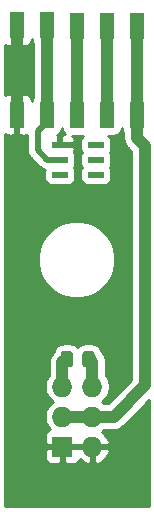
<source format=gtl>
G04 #@! TF.GenerationSoftware,KiCad,Pcbnew,5.1.9+dfsg1-1~bpo10+1*
G04 #@! TF.CreationDate,2021-04-04T13:50:00+00:00*
G04 #@! TF.ProjectId,feederFloor,66656564-6572-4466-9c6f-6f722e6b6963,rev?*
G04 #@! TF.SameCoordinates,Original*
G04 #@! TF.FileFunction,Copper,L1,Top*
G04 #@! TF.FilePolarity,Positive*
%FSLAX46Y46*%
G04 Gerber Fmt 4.6, Leading zero omitted, Abs format (unit mm)*
G04 Created by KiCad (PCBNEW 5.1.9+dfsg1-1~bpo10+1) date 2021-04-04 13:50:00*
%MOMM*%
%LPD*%
G01*
G04 APERTURE LIST*
G04 #@! TA.AperFunction,SMDPad,CuDef*
%ADD10R,1.270000X2.250000*%
G04 #@! TD*
G04 #@! TA.AperFunction,SMDPad,CuDef*
%ADD11R,1.330000X0.530000*%
G04 #@! TD*
G04 #@! TA.AperFunction,ComponentPad*
%ADD12R,1.727200X1.727200*%
G04 #@! TD*
G04 #@! TA.AperFunction,ComponentPad*
%ADD13O,1.727200X1.727200*%
G04 #@! TD*
G04 #@! TA.AperFunction,ViaPad*
%ADD14C,0.800000*%
G04 #@! TD*
G04 #@! TA.AperFunction,Conductor*
%ADD15C,1.000000*%
G04 #@! TD*
G04 #@! TA.AperFunction,Conductor*
%ADD16C,0.500000*%
G04 #@! TD*
G04 #@! TA.AperFunction,Conductor*
%ADD17C,0.254000*%
G04 #@! TD*
G04 #@! TA.AperFunction,Conductor*
%ADD18C,0.100000*%
G04 #@! TD*
G04 APERTURE END LIST*
G04 #@! TA.AperFunction,SMDPad,CuDef*
G36*
G01*
X192200000Y-50250001D02*
X192200000Y-49349999D01*
G75*
G02*
X192449999Y-49100000I249999J0D01*
G01*
X192975001Y-49100000D01*
G75*
G02*
X193225000Y-49349999I0J-249999D01*
G01*
X193225000Y-50250001D01*
G75*
G02*
X192975001Y-50500000I-249999J0D01*
G01*
X192449999Y-50500000D01*
G75*
G02*
X192200000Y-50250001I0J249999D01*
G01*
G37*
G04 #@! TD.AperFunction*
G04 #@! TA.AperFunction,SMDPad,CuDef*
G36*
G01*
X190375000Y-50250001D02*
X190375000Y-49349999D01*
G75*
G02*
X190624999Y-49100000I249999J0D01*
G01*
X191150001Y-49100000D01*
G75*
G02*
X191400000Y-49349999I0J-249999D01*
G01*
X191400000Y-50250001D01*
G75*
G02*
X191150001Y-50500000I-249999J0D01*
G01*
X190624999Y-50500000D01*
G75*
G02*
X190375000Y-50250001I0J249999D01*
G01*
G37*
G04 #@! TD.AperFunction*
D10*
X186650000Y-29100000D03*
X189190000Y-29100000D03*
X191730000Y-29100000D03*
X194270000Y-29100000D03*
X196810000Y-29100000D03*
X196810000Y-21550000D03*
X194270000Y-21550000D03*
X191730000Y-21550000D03*
X189190000Y-21543500D03*
X186650000Y-21543500D03*
D11*
X190275000Y-31630000D03*
X190275000Y-32900000D03*
X190275000Y-34170000D03*
X193325000Y-34170000D03*
X193325000Y-32900000D03*
X193325000Y-31630000D03*
D12*
X190500000Y-57200000D03*
D13*
X193040000Y-57200000D03*
X190500000Y-54660000D03*
X193040000Y-54660000D03*
X190500000Y-52120000D03*
X193040000Y-52120000D03*
D14*
X186690000Y-24130000D03*
X186690000Y-25400000D03*
X186690000Y-26670000D03*
X194310000Y-24130000D03*
X194310000Y-25400000D03*
X194310000Y-26670000D03*
X191770000Y-24130000D03*
X191770000Y-25400000D03*
X191770000Y-26670000D03*
D15*
X186650000Y-21543500D02*
X186650000Y-29100000D01*
X194270000Y-21550000D02*
X194270000Y-29100000D01*
X193040000Y-50015000D02*
X192825000Y-49800000D01*
X193040000Y-52120000D02*
X193040000Y-50015000D01*
X191770000Y-29060000D02*
X191730000Y-29100000D01*
X191770000Y-26670000D02*
X191770000Y-29060000D01*
X191730000Y-24090000D02*
X191770000Y-24130000D01*
X191730000Y-21550000D02*
X191730000Y-24090000D01*
X191770000Y-24130000D02*
X191770000Y-26670000D01*
X190500000Y-50075000D02*
X190775000Y-49800000D01*
X190500000Y-52120000D02*
X190500000Y-50075000D01*
X189190000Y-21543500D02*
X189190000Y-29100000D01*
D16*
X189190000Y-29710000D02*
X189190000Y-29100000D01*
X188400000Y-30500000D02*
X189190000Y-29710000D01*
X188400000Y-32100000D02*
X188400000Y-30500000D01*
X189200000Y-32900000D02*
X188400000Y-32100000D01*
X190375000Y-32900000D02*
X189200000Y-32900000D01*
D15*
X196810000Y-21550000D02*
X196810000Y-29100000D01*
X190500000Y-54660000D02*
X193040000Y-54660000D01*
X197485000Y-52015000D02*
X197485000Y-31750000D01*
X194840000Y-54660000D02*
X197485000Y-52015000D01*
X197485000Y-31750000D02*
X196810000Y-31075000D01*
X193040000Y-54660000D02*
X194840000Y-54660000D01*
X196810000Y-31075000D02*
X196810000Y-29100000D01*
D17*
X186777000Y-21416500D02*
X186797000Y-21416500D01*
X186797000Y-21670500D01*
X186777000Y-21670500D01*
X186777000Y-23144750D01*
X186935750Y-23303500D01*
X187285000Y-23306572D01*
X187409482Y-23294312D01*
X187529180Y-23258002D01*
X187639494Y-23199037D01*
X187736185Y-23119685D01*
X187815537Y-23022994D01*
X187874502Y-22912680D01*
X187910812Y-22792982D01*
X187920000Y-22699692D01*
X187929188Y-22792982D01*
X187965498Y-22912680D01*
X188024463Y-23022994D01*
X188055000Y-23060204D01*
X188055001Y-27583295D01*
X188024463Y-27620506D01*
X187965498Y-27730820D01*
X187929188Y-27850518D01*
X187920000Y-27943808D01*
X187910812Y-27850518D01*
X187874502Y-27730820D01*
X187815537Y-27620506D01*
X187736185Y-27523815D01*
X187639494Y-27444463D01*
X187529180Y-27385498D01*
X187409482Y-27349188D01*
X187285000Y-27336928D01*
X186935750Y-27340000D01*
X186777000Y-27498750D01*
X186777000Y-28973000D01*
X186797000Y-28973000D01*
X186797000Y-29227000D01*
X186777000Y-29227000D01*
X186777000Y-30701250D01*
X186935750Y-30860000D01*
X187285000Y-30863072D01*
X187409482Y-30850812D01*
X187515001Y-30818803D01*
X187515000Y-32056531D01*
X187510719Y-32100000D01*
X187515000Y-32143469D01*
X187515000Y-32143476D01*
X187522093Y-32215491D01*
X187527805Y-32273490D01*
X187537350Y-32304953D01*
X187578411Y-32440312D01*
X187660589Y-32594058D01*
X187771183Y-32728817D01*
X187804956Y-32756534D01*
X188543470Y-33495049D01*
X188571183Y-33528817D01*
X188604951Y-33556530D01*
X188604953Y-33556532D01*
X188677640Y-33616185D01*
X188705941Y-33639411D01*
X188859687Y-33721589D01*
X188990066Y-33761140D01*
X188984188Y-33780518D01*
X188971928Y-33905000D01*
X188971928Y-34435000D01*
X188984188Y-34559482D01*
X189020498Y-34679180D01*
X189079463Y-34789494D01*
X189158815Y-34886185D01*
X189255506Y-34965537D01*
X189365820Y-35024502D01*
X189485518Y-35060812D01*
X189610000Y-35073072D01*
X190940000Y-35073072D01*
X191064482Y-35060812D01*
X191184180Y-35024502D01*
X191294494Y-34965537D01*
X191391185Y-34886185D01*
X191470537Y-34789494D01*
X191529502Y-34679180D01*
X191565812Y-34559482D01*
X191578072Y-34435000D01*
X191578072Y-33905000D01*
X191565812Y-33780518D01*
X191529502Y-33660820D01*
X191470537Y-33550506D01*
X191457812Y-33535000D01*
X191470537Y-33519494D01*
X191529502Y-33409180D01*
X191565812Y-33289482D01*
X191578072Y-33165000D01*
X191578072Y-32635000D01*
X191565812Y-32510518D01*
X191529502Y-32390820D01*
X191470537Y-32280506D01*
X191458124Y-32265381D01*
X191466765Y-32255076D01*
X191526890Y-32145391D01*
X191564462Y-32026083D01*
X191575000Y-31915750D01*
X191416250Y-31757000D01*
X190402000Y-31757000D01*
X190402000Y-31777000D01*
X190148000Y-31777000D01*
X190148000Y-31757000D01*
X190128000Y-31757000D01*
X190128000Y-31503000D01*
X190148000Y-31503000D01*
X190148000Y-30888750D01*
X190072159Y-30812909D01*
X190179494Y-30755537D01*
X190276185Y-30676185D01*
X190355537Y-30579494D01*
X190414502Y-30469180D01*
X190450812Y-30349482D01*
X190460000Y-30256192D01*
X190469188Y-30349482D01*
X190505498Y-30469180D01*
X190564463Y-30579494D01*
X190643815Y-30676185D01*
X190707927Y-30728800D01*
X190560750Y-30730000D01*
X190402000Y-30888750D01*
X190402000Y-31503000D01*
X191416250Y-31503000D01*
X191575000Y-31344250D01*
X191564462Y-31233917D01*
X191526890Y-31114609D01*
X191466765Y-31004924D01*
X191386396Y-30909076D01*
X191329117Y-30863072D01*
X192270646Y-30863072D01*
X192208815Y-30913815D01*
X192129463Y-31010506D01*
X192070498Y-31120820D01*
X192034188Y-31240518D01*
X192021928Y-31365000D01*
X192021928Y-31895000D01*
X192034188Y-32019482D01*
X192070498Y-32139180D01*
X192129463Y-32249494D01*
X192142188Y-32265000D01*
X192129463Y-32280506D01*
X192070498Y-32390820D01*
X192034188Y-32510518D01*
X192021928Y-32635000D01*
X192021928Y-33165000D01*
X192034188Y-33289482D01*
X192070498Y-33409180D01*
X192129463Y-33519494D01*
X192142188Y-33535000D01*
X192129463Y-33550506D01*
X192070498Y-33660820D01*
X192034188Y-33780518D01*
X192021928Y-33905000D01*
X192021928Y-34435000D01*
X192034188Y-34559482D01*
X192070498Y-34679180D01*
X192129463Y-34789494D01*
X192208815Y-34886185D01*
X192305506Y-34965537D01*
X192415820Y-35024502D01*
X192535518Y-35060812D01*
X192660000Y-35073072D01*
X193990000Y-35073072D01*
X194114482Y-35060812D01*
X194234180Y-35024502D01*
X194344494Y-34965537D01*
X194441185Y-34886185D01*
X194520537Y-34789494D01*
X194579502Y-34679180D01*
X194615812Y-34559482D01*
X194628072Y-34435000D01*
X194628072Y-33905000D01*
X194615812Y-33780518D01*
X194579502Y-33660820D01*
X194520537Y-33550506D01*
X194507812Y-33535000D01*
X194520537Y-33519494D01*
X194579502Y-33409180D01*
X194615812Y-33289482D01*
X194628072Y-33165000D01*
X194628072Y-32635000D01*
X194615812Y-32510518D01*
X194579502Y-32390820D01*
X194520537Y-32280506D01*
X194507812Y-32265000D01*
X194520537Y-32249494D01*
X194579502Y-32139180D01*
X194615812Y-32019482D01*
X194628072Y-31895000D01*
X194628072Y-31365000D01*
X194615812Y-31240518D01*
X194579502Y-31120820D01*
X194520537Y-31010506D01*
X194441185Y-30913815D01*
X194379354Y-30863072D01*
X194905000Y-30863072D01*
X195029482Y-30850812D01*
X195149180Y-30814502D01*
X195259494Y-30755537D01*
X195356185Y-30676185D01*
X195435537Y-30579494D01*
X195494502Y-30469180D01*
X195530812Y-30349482D01*
X195540000Y-30256192D01*
X195549188Y-30349482D01*
X195585498Y-30469180D01*
X195644463Y-30579494D01*
X195675000Y-30616704D01*
X195675000Y-31019248D01*
X195669509Y-31075000D01*
X195675000Y-31130751D01*
X195691423Y-31297498D01*
X195756324Y-31511446D01*
X195861716Y-31708623D01*
X196003551Y-31881449D01*
X196046865Y-31916996D01*
X196350001Y-32220132D01*
X196350000Y-51544868D01*
X194369869Y-53525000D01*
X194024341Y-53525000D01*
X193995302Y-53495961D01*
X193836719Y-53390000D01*
X193995302Y-53284039D01*
X194204039Y-53075302D01*
X194368042Y-52829853D01*
X194481010Y-52557125D01*
X194538600Y-52267599D01*
X194538600Y-51972401D01*
X194481010Y-51682875D01*
X194368042Y-51410147D01*
X194204039Y-51164698D01*
X194175000Y-51135659D01*
X194175000Y-50070751D01*
X194180491Y-50015000D01*
X194175000Y-49959248D01*
X194158577Y-49792501D01*
X194093676Y-49578553D01*
X193988284Y-49381377D01*
X193849508Y-49212278D01*
X193846008Y-49176745D01*
X193795472Y-49010149D01*
X193713405Y-48856613D01*
X193602962Y-48722038D01*
X193468387Y-48611595D01*
X193314851Y-48529528D01*
X193148255Y-48478992D01*
X192975001Y-48461928D01*
X192449999Y-48461928D01*
X192276745Y-48478992D01*
X192110149Y-48529528D01*
X191956613Y-48611595D01*
X191822038Y-48722038D01*
X191800000Y-48748891D01*
X191777962Y-48722038D01*
X191643387Y-48611595D01*
X191489851Y-48529528D01*
X191323255Y-48478992D01*
X191150001Y-48461928D01*
X190624999Y-48461928D01*
X190451745Y-48478992D01*
X190285149Y-48529528D01*
X190131613Y-48611595D01*
X189997038Y-48722038D01*
X189886595Y-48856613D01*
X189804528Y-49010149D01*
X189753992Y-49176745D01*
X189749717Y-49220152D01*
X189736859Y-49233010D01*
X189693552Y-49268551D01*
X189551717Y-49441377D01*
X189495384Y-49546770D01*
X189446324Y-49638554D01*
X189381423Y-49852502D01*
X189359509Y-50075000D01*
X189365001Y-50130761D01*
X189365000Y-51135659D01*
X189335961Y-51164698D01*
X189171958Y-51410147D01*
X189058990Y-51682875D01*
X189001400Y-51972401D01*
X189001400Y-52267599D01*
X189058990Y-52557125D01*
X189171958Y-52829853D01*
X189335961Y-53075302D01*
X189544698Y-53284039D01*
X189703281Y-53390000D01*
X189544698Y-53495961D01*
X189335961Y-53704698D01*
X189171958Y-53950147D01*
X189058990Y-54222875D01*
X189001400Y-54512401D01*
X189001400Y-54807599D01*
X189058990Y-55097125D01*
X189171958Y-55369853D01*
X189335961Y-55615302D01*
X189450023Y-55729364D01*
X189392220Y-55746898D01*
X189281906Y-55805863D01*
X189185215Y-55885215D01*
X189105863Y-55981906D01*
X189046898Y-56092220D01*
X189010588Y-56211918D01*
X188998328Y-56336400D01*
X189001400Y-56914250D01*
X189160150Y-57073000D01*
X190373000Y-57073000D01*
X190373000Y-57053000D01*
X190627000Y-57053000D01*
X190627000Y-57073000D01*
X192913000Y-57073000D01*
X192913000Y-57053000D01*
X193167000Y-57053000D01*
X193167000Y-57073000D01*
X194373817Y-57073000D01*
X194494958Y-56840974D01*
X194449222Y-56690186D01*
X194322684Y-56425056D01*
X194146854Y-56189707D01*
X193928488Y-55993183D01*
X193829897Y-55934559D01*
X193995302Y-55824039D01*
X194024341Y-55795000D01*
X194784249Y-55795000D01*
X194840000Y-55800491D01*
X194895751Y-55795000D01*
X194895752Y-55795000D01*
X195062499Y-55778577D01*
X195276447Y-55713676D01*
X195473623Y-55608284D01*
X195646449Y-55466449D01*
X195681996Y-55423135D01*
X197840000Y-53265132D01*
X197840000Y-62240000D01*
X185660000Y-62240000D01*
X185660000Y-58063600D01*
X188998328Y-58063600D01*
X189010588Y-58188082D01*
X189046898Y-58307780D01*
X189105863Y-58418094D01*
X189185215Y-58514785D01*
X189281906Y-58594137D01*
X189392220Y-58653102D01*
X189511918Y-58689412D01*
X189636400Y-58701672D01*
X190214250Y-58698600D01*
X190373000Y-58539850D01*
X190373000Y-57327000D01*
X190627000Y-57327000D01*
X190627000Y-58539850D01*
X190785750Y-58698600D01*
X191363600Y-58701672D01*
X191488082Y-58689412D01*
X191607780Y-58653102D01*
X191718094Y-58594137D01*
X191814785Y-58514785D01*
X191894137Y-58418094D01*
X191953102Y-58307780D01*
X191972053Y-58245308D01*
X192151512Y-58406817D01*
X192404022Y-58556964D01*
X192680973Y-58654963D01*
X192913000Y-58534464D01*
X192913000Y-57327000D01*
X193167000Y-57327000D01*
X193167000Y-58534464D01*
X193399027Y-58654963D01*
X193675978Y-58556964D01*
X193928488Y-58406817D01*
X194146854Y-58210293D01*
X194322684Y-57974944D01*
X194449222Y-57709814D01*
X194494958Y-57559026D01*
X194373817Y-57327000D01*
X193167000Y-57327000D01*
X192913000Y-57327000D01*
X190627000Y-57327000D01*
X190373000Y-57327000D01*
X189160150Y-57327000D01*
X189001400Y-57485750D01*
X188998328Y-58063600D01*
X185660000Y-58063600D01*
X185660000Y-41026456D01*
X188415000Y-41026456D01*
X188415000Y-41673544D01*
X188541240Y-42308199D01*
X188788871Y-42906031D01*
X189148374Y-43444066D01*
X189605934Y-43901626D01*
X190143969Y-44261129D01*
X190741801Y-44508760D01*
X191376456Y-44635000D01*
X192023544Y-44635000D01*
X192658199Y-44508760D01*
X193256031Y-44261129D01*
X193794066Y-43901626D01*
X194251626Y-43444066D01*
X194611129Y-42906031D01*
X194858760Y-42308199D01*
X194985000Y-41673544D01*
X194985000Y-41026456D01*
X194858760Y-40391801D01*
X194611129Y-39793969D01*
X194251626Y-39255934D01*
X193794066Y-38798374D01*
X193256031Y-38438871D01*
X192658199Y-38191240D01*
X192023544Y-38065000D01*
X191376456Y-38065000D01*
X190741801Y-38191240D01*
X190143969Y-38438871D01*
X189605934Y-38798374D01*
X189148374Y-39255934D01*
X188788871Y-39793969D01*
X188541240Y-40391801D01*
X188415000Y-41026456D01*
X185660000Y-41026456D01*
X185660000Y-30755122D01*
X185660506Y-30755537D01*
X185770820Y-30814502D01*
X185890518Y-30850812D01*
X186015000Y-30863072D01*
X186364250Y-30860000D01*
X186523000Y-30701250D01*
X186523000Y-29227000D01*
X186503000Y-29227000D01*
X186503000Y-28973000D01*
X186523000Y-28973000D01*
X186523000Y-27498750D01*
X186364250Y-27340000D01*
X186015000Y-27336928D01*
X185890518Y-27349188D01*
X185770820Y-27385498D01*
X185660506Y-27444463D01*
X185660000Y-27444878D01*
X185660000Y-23198622D01*
X185660506Y-23199037D01*
X185770820Y-23258002D01*
X185890518Y-23294312D01*
X186015000Y-23306572D01*
X186364250Y-23303500D01*
X186523000Y-23144750D01*
X186523000Y-21670500D01*
X186503000Y-21670500D01*
X186503000Y-21416500D01*
X186523000Y-21416500D01*
X186523000Y-21396500D01*
X186777000Y-21396500D01*
X186777000Y-21416500D01*
G04 #@! TA.AperFunction,Conductor*
D18*
G36*
X186777000Y-21416500D02*
G01*
X186797000Y-21416500D01*
X186797000Y-21670500D01*
X186777000Y-21670500D01*
X186777000Y-23144750D01*
X186935750Y-23303500D01*
X187285000Y-23306572D01*
X187409482Y-23294312D01*
X187529180Y-23258002D01*
X187639494Y-23199037D01*
X187736185Y-23119685D01*
X187815537Y-23022994D01*
X187874502Y-22912680D01*
X187910812Y-22792982D01*
X187920000Y-22699692D01*
X187929188Y-22792982D01*
X187965498Y-22912680D01*
X188024463Y-23022994D01*
X188055000Y-23060204D01*
X188055001Y-27583295D01*
X188024463Y-27620506D01*
X187965498Y-27730820D01*
X187929188Y-27850518D01*
X187920000Y-27943808D01*
X187910812Y-27850518D01*
X187874502Y-27730820D01*
X187815537Y-27620506D01*
X187736185Y-27523815D01*
X187639494Y-27444463D01*
X187529180Y-27385498D01*
X187409482Y-27349188D01*
X187285000Y-27336928D01*
X186935750Y-27340000D01*
X186777000Y-27498750D01*
X186777000Y-28973000D01*
X186797000Y-28973000D01*
X186797000Y-29227000D01*
X186777000Y-29227000D01*
X186777000Y-30701250D01*
X186935750Y-30860000D01*
X187285000Y-30863072D01*
X187409482Y-30850812D01*
X187515001Y-30818803D01*
X187515000Y-32056531D01*
X187510719Y-32100000D01*
X187515000Y-32143469D01*
X187515000Y-32143476D01*
X187522093Y-32215491D01*
X187527805Y-32273490D01*
X187537350Y-32304953D01*
X187578411Y-32440312D01*
X187660589Y-32594058D01*
X187771183Y-32728817D01*
X187804956Y-32756534D01*
X188543470Y-33495049D01*
X188571183Y-33528817D01*
X188604951Y-33556530D01*
X188604953Y-33556532D01*
X188677640Y-33616185D01*
X188705941Y-33639411D01*
X188859687Y-33721589D01*
X188990066Y-33761140D01*
X188984188Y-33780518D01*
X188971928Y-33905000D01*
X188971928Y-34435000D01*
X188984188Y-34559482D01*
X189020498Y-34679180D01*
X189079463Y-34789494D01*
X189158815Y-34886185D01*
X189255506Y-34965537D01*
X189365820Y-35024502D01*
X189485518Y-35060812D01*
X189610000Y-35073072D01*
X190940000Y-35073072D01*
X191064482Y-35060812D01*
X191184180Y-35024502D01*
X191294494Y-34965537D01*
X191391185Y-34886185D01*
X191470537Y-34789494D01*
X191529502Y-34679180D01*
X191565812Y-34559482D01*
X191578072Y-34435000D01*
X191578072Y-33905000D01*
X191565812Y-33780518D01*
X191529502Y-33660820D01*
X191470537Y-33550506D01*
X191457812Y-33535000D01*
X191470537Y-33519494D01*
X191529502Y-33409180D01*
X191565812Y-33289482D01*
X191578072Y-33165000D01*
X191578072Y-32635000D01*
X191565812Y-32510518D01*
X191529502Y-32390820D01*
X191470537Y-32280506D01*
X191458124Y-32265381D01*
X191466765Y-32255076D01*
X191526890Y-32145391D01*
X191564462Y-32026083D01*
X191575000Y-31915750D01*
X191416250Y-31757000D01*
X190402000Y-31757000D01*
X190402000Y-31777000D01*
X190148000Y-31777000D01*
X190148000Y-31757000D01*
X190128000Y-31757000D01*
X190128000Y-31503000D01*
X190148000Y-31503000D01*
X190148000Y-30888750D01*
X190072159Y-30812909D01*
X190179494Y-30755537D01*
X190276185Y-30676185D01*
X190355537Y-30579494D01*
X190414502Y-30469180D01*
X190450812Y-30349482D01*
X190460000Y-30256192D01*
X190469188Y-30349482D01*
X190505498Y-30469180D01*
X190564463Y-30579494D01*
X190643815Y-30676185D01*
X190707927Y-30728800D01*
X190560750Y-30730000D01*
X190402000Y-30888750D01*
X190402000Y-31503000D01*
X191416250Y-31503000D01*
X191575000Y-31344250D01*
X191564462Y-31233917D01*
X191526890Y-31114609D01*
X191466765Y-31004924D01*
X191386396Y-30909076D01*
X191329117Y-30863072D01*
X192270646Y-30863072D01*
X192208815Y-30913815D01*
X192129463Y-31010506D01*
X192070498Y-31120820D01*
X192034188Y-31240518D01*
X192021928Y-31365000D01*
X192021928Y-31895000D01*
X192034188Y-32019482D01*
X192070498Y-32139180D01*
X192129463Y-32249494D01*
X192142188Y-32265000D01*
X192129463Y-32280506D01*
X192070498Y-32390820D01*
X192034188Y-32510518D01*
X192021928Y-32635000D01*
X192021928Y-33165000D01*
X192034188Y-33289482D01*
X192070498Y-33409180D01*
X192129463Y-33519494D01*
X192142188Y-33535000D01*
X192129463Y-33550506D01*
X192070498Y-33660820D01*
X192034188Y-33780518D01*
X192021928Y-33905000D01*
X192021928Y-34435000D01*
X192034188Y-34559482D01*
X192070498Y-34679180D01*
X192129463Y-34789494D01*
X192208815Y-34886185D01*
X192305506Y-34965537D01*
X192415820Y-35024502D01*
X192535518Y-35060812D01*
X192660000Y-35073072D01*
X193990000Y-35073072D01*
X194114482Y-35060812D01*
X194234180Y-35024502D01*
X194344494Y-34965537D01*
X194441185Y-34886185D01*
X194520537Y-34789494D01*
X194579502Y-34679180D01*
X194615812Y-34559482D01*
X194628072Y-34435000D01*
X194628072Y-33905000D01*
X194615812Y-33780518D01*
X194579502Y-33660820D01*
X194520537Y-33550506D01*
X194507812Y-33535000D01*
X194520537Y-33519494D01*
X194579502Y-33409180D01*
X194615812Y-33289482D01*
X194628072Y-33165000D01*
X194628072Y-32635000D01*
X194615812Y-32510518D01*
X194579502Y-32390820D01*
X194520537Y-32280506D01*
X194507812Y-32265000D01*
X194520537Y-32249494D01*
X194579502Y-32139180D01*
X194615812Y-32019482D01*
X194628072Y-31895000D01*
X194628072Y-31365000D01*
X194615812Y-31240518D01*
X194579502Y-31120820D01*
X194520537Y-31010506D01*
X194441185Y-30913815D01*
X194379354Y-30863072D01*
X194905000Y-30863072D01*
X195029482Y-30850812D01*
X195149180Y-30814502D01*
X195259494Y-30755537D01*
X195356185Y-30676185D01*
X195435537Y-30579494D01*
X195494502Y-30469180D01*
X195530812Y-30349482D01*
X195540000Y-30256192D01*
X195549188Y-30349482D01*
X195585498Y-30469180D01*
X195644463Y-30579494D01*
X195675000Y-30616704D01*
X195675000Y-31019248D01*
X195669509Y-31075000D01*
X195675000Y-31130751D01*
X195691423Y-31297498D01*
X195756324Y-31511446D01*
X195861716Y-31708623D01*
X196003551Y-31881449D01*
X196046865Y-31916996D01*
X196350001Y-32220132D01*
X196350000Y-51544868D01*
X194369869Y-53525000D01*
X194024341Y-53525000D01*
X193995302Y-53495961D01*
X193836719Y-53390000D01*
X193995302Y-53284039D01*
X194204039Y-53075302D01*
X194368042Y-52829853D01*
X194481010Y-52557125D01*
X194538600Y-52267599D01*
X194538600Y-51972401D01*
X194481010Y-51682875D01*
X194368042Y-51410147D01*
X194204039Y-51164698D01*
X194175000Y-51135659D01*
X194175000Y-50070751D01*
X194180491Y-50015000D01*
X194175000Y-49959248D01*
X194158577Y-49792501D01*
X194093676Y-49578553D01*
X193988284Y-49381377D01*
X193849508Y-49212278D01*
X193846008Y-49176745D01*
X193795472Y-49010149D01*
X193713405Y-48856613D01*
X193602962Y-48722038D01*
X193468387Y-48611595D01*
X193314851Y-48529528D01*
X193148255Y-48478992D01*
X192975001Y-48461928D01*
X192449999Y-48461928D01*
X192276745Y-48478992D01*
X192110149Y-48529528D01*
X191956613Y-48611595D01*
X191822038Y-48722038D01*
X191800000Y-48748891D01*
X191777962Y-48722038D01*
X191643387Y-48611595D01*
X191489851Y-48529528D01*
X191323255Y-48478992D01*
X191150001Y-48461928D01*
X190624999Y-48461928D01*
X190451745Y-48478992D01*
X190285149Y-48529528D01*
X190131613Y-48611595D01*
X189997038Y-48722038D01*
X189886595Y-48856613D01*
X189804528Y-49010149D01*
X189753992Y-49176745D01*
X189749717Y-49220152D01*
X189736859Y-49233010D01*
X189693552Y-49268551D01*
X189551717Y-49441377D01*
X189495384Y-49546770D01*
X189446324Y-49638554D01*
X189381423Y-49852502D01*
X189359509Y-50075000D01*
X189365001Y-50130761D01*
X189365000Y-51135659D01*
X189335961Y-51164698D01*
X189171958Y-51410147D01*
X189058990Y-51682875D01*
X189001400Y-51972401D01*
X189001400Y-52267599D01*
X189058990Y-52557125D01*
X189171958Y-52829853D01*
X189335961Y-53075302D01*
X189544698Y-53284039D01*
X189703281Y-53390000D01*
X189544698Y-53495961D01*
X189335961Y-53704698D01*
X189171958Y-53950147D01*
X189058990Y-54222875D01*
X189001400Y-54512401D01*
X189001400Y-54807599D01*
X189058990Y-55097125D01*
X189171958Y-55369853D01*
X189335961Y-55615302D01*
X189450023Y-55729364D01*
X189392220Y-55746898D01*
X189281906Y-55805863D01*
X189185215Y-55885215D01*
X189105863Y-55981906D01*
X189046898Y-56092220D01*
X189010588Y-56211918D01*
X188998328Y-56336400D01*
X189001400Y-56914250D01*
X189160150Y-57073000D01*
X190373000Y-57073000D01*
X190373000Y-57053000D01*
X190627000Y-57053000D01*
X190627000Y-57073000D01*
X192913000Y-57073000D01*
X192913000Y-57053000D01*
X193167000Y-57053000D01*
X193167000Y-57073000D01*
X194373817Y-57073000D01*
X194494958Y-56840974D01*
X194449222Y-56690186D01*
X194322684Y-56425056D01*
X194146854Y-56189707D01*
X193928488Y-55993183D01*
X193829897Y-55934559D01*
X193995302Y-55824039D01*
X194024341Y-55795000D01*
X194784249Y-55795000D01*
X194840000Y-55800491D01*
X194895751Y-55795000D01*
X194895752Y-55795000D01*
X195062499Y-55778577D01*
X195276447Y-55713676D01*
X195473623Y-55608284D01*
X195646449Y-55466449D01*
X195681996Y-55423135D01*
X197840000Y-53265132D01*
X197840000Y-62240000D01*
X185660000Y-62240000D01*
X185660000Y-58063600D01*
X188998328Y-58063600D01*
X189010588Y-58188082D01*
X189046898Y-58307780D01*
X189105863Y-58418094D01*
X189185215Y-58514785D01*
X189281906Y-58594137D01*
X189392220Y-58653102D01*
X189511918Y-58689412D01*
X189636400Y-58701672D01*
X190214250Y-58698600D01*
X190373000Y-58539850D01*
X190373000Y-57327000D01*
X190627000Y-57327000D01*
X190627000Y-58539850D01*
X190785750Y-58698600D01*
X191363600Y-58701672D01*
X191488082Y-58689412D01*
X191607780Y-58653102D01*
X191718094Y-58594137D01*
X191814785Y-58514785D01*
X191894137Y-58418094D01*
X191953102Y-58307780D01*
X191972053Y-58245308D01*
X192151512Y-58406817D01*
X192404022Y-58556964D01*
X192680973Y-58654963D01*
X192913000Y-58534464D01*
X192913000Y-57327000D01*
X193167000Y-57327000D01*
X193167000Y-58534464D01*
X193399027Y-58654963D01*
X193675978Y-58556964D01*
X193928488Y-58406817D01*
X194146854Y-58210293D01*
X194322684Y-57974944D01*
X194449222Y-57709814D01*
X194494958Y-57559026D01*
X194373817Y-57327000D01*
X193167000Y-57327000D01*
X192913000Y-57327000D01*
X190627000Y-57327000D01*
X190373000Y-57327000D01*
X189160150Y-57327000D01*
X189001400Y-57485750D01*
X188998328Y-58063600D01*
X185660000Y-58063600D01*
X185660000Y-41026456D01*
X188415000Y-41026456D01*
X188415000Y-41673544D01*
X188541240Y-42308199D01*
X188788871Y-42906031D01*
X189148374Y-43444066D01*
X189605934Y-43901626D01*
X190143969Y-44261129D01*
X190741801Y-44508760D01*
X191376456Y-44635000D01*
X192023544Y-44635000D01*
X192658199Y-44508760D01*
X193256031Y-44261129D01*
X193794066Y-43901626D01*
X194251626Y-43444066D01*
X194611129Y-42906031D01*
X194858760Y-42308199D01*
X194985000Y-41673544D01*
X194985000Y-41026456D01*
X194858760Y-40391801D01*
X194611129Y-39793969D01*
X194251626Y-39255934D01*
X193794066Y-38798374D01*
X193256031Y-38438871D01*
X192658199Y-38191240D01*
X192023544Y-38065000D01*
X191376456Y-38065000D01*
X190741801Y-38191240D01*
X190143969Y-38438871D01*
X189605934Y-38798374D01*
X189148374Y-39255934D01*
X188788871Y-39793969D01*
X188541240Y-40391801D01*
X188415000Y-41026456D01*
X185660000Y-41026456D01*
X185660000Y-30755122D01*
X185660506Y-30755537D01*
X185770820Y-30814502D01*
X185890518Y-30850812D01*
X186015000Y-30863072D01*
X186364250Y-30860000D01*
X186523000Y-30701250D01*
X186523000Y-29227000D01*
X186503000Y-29227000D01*
X186503000Y-28973000D01*
X186523000Y-28973000D01*
X186523000Y-27498750D01*
X186364250Y-27340000D01*
X186015000Y-27336928D01*
X185890518Y-27349188D01*
X185770820Y-27385498D01*
X185660506Y-27444463D01*
X185660000Y-27444878D01*
X185660000Y-23198622D01*
X185660506Y-23199037D01*
X185770820Y-23258002D01*
X185890518Y-23294312D01*
X186015000Y-23306572D01*
X186364250Y-23303500D01*
X186523000Y-23144750D01*
X186523000Y-21670500D01*
X186503000Y-21670500D01*
X186503000Y-21416500D01*
X186523000Y-21416500D01*
X186523000Y-21396500D01*
X186777000Y-21396500D01*
X186777000Y-21416500D01*
G37*
G04 #@! TD.AperFunction*
M02*

</source>
